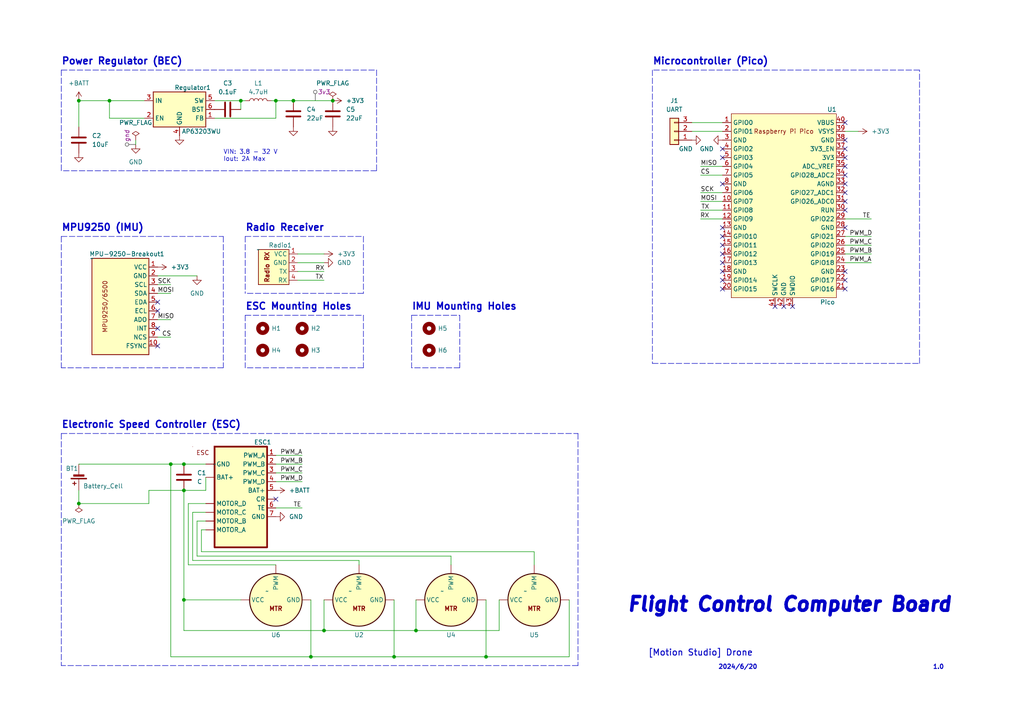
<source format=kicad_sch>
(kicad_sch (version 20230121) (generator eeschema)
  (paper "A4")
  (lib_symbols
    (symbol "Connector_Generic:Conn_01x03" (pin_names (offset 1.016) hide)
      (property "Reference" "J" (at 0 5.08 0))
      (property "Value" "Conn_01x03" (at 0 -5.08 0))
      (symbol "Conn_01x03_1_1"
        (rectangle (start -1.27 -2.413) (end 0 -2.667) (stroke (width 0.1524)))
        (rectangle (start -1.27 0.127) (end 0 -0.127) (stroke (width 0.1524)))
        (rectangle (start -1.27 2.667) (end 0 2.413) (stroke (width 0.1524)))
        (rectangle (start -1.27 3.81) (end 1.27 -3.81) (stroke (width 0.254)) (fill (type background)))
        (pin passive line (at -5.08 2.54 0) (length 3.81) (name "Pin_1") (number "1"))
        (pin passive line (at -5.08 0 0) (length 3.81) (name "Pin_2") (number "2"))
        (pin passive line (at -5.08 -2.54 0) (length 3.81) (name "Pin_3") (number "3"))
      )
    )
    (symbol "Device:Battery_Cell" (pin_numbers hide) (pin_names (offset 0) hide)
      (property "Reference" "BT" (at 2.54 2.54 0))
      (property "Value" "Battery_Cell" (at 2.54 0 0))
      (symbol "Battery_Cell_0_1"
        (rectangle (start -2.286 1.778) (end 2.286 1.524) (fill (type outline)))
        (rectangle (start -1.524 1.016) (end 1.524 0.508) (fill (type outline)))
        (polyline (pts (xy 0 0.762) (xy 0 0)))
        (polyline (pts (xy 0 1.778) (xy 0 2.54)))
        (polyline (pts (xy 0.762 3.048) (xy 1.778 3.048)) (stroke (width 0.254)))
        (polyline (pts (xy 1.27 3.556) (xy 1.27 2.54)) (stroke (width 0.254)))
      )
      (symbol "Battery_Cell_1_1"
        (pin passive line (at 0 5.08 270) (length 2.54) (name "+") (number "1"))
        (pin passive line (at 0 -2.54 90) (length 2.54) (name "-") (number "2"))
      )
    )
    (symbol "Device:C" (pin_numbers hide) (pin_names (offset 0.254))
      (property "Reference" "C" (at 0.635 2.54 0))
      (property "Value" "C" (at 0.635 -2.54 0))
      (symbol "C_0_1"
        (polyline (pts (xy -2.032 -0.762) (xy 2.032 -0.762)) (stroke (width 0.508)))
        (polyline (pts (xy -2.032 0.762) (xy 2.032 0.762)) (stroke (width 0.508)))
      )
      (symbol "C_1_1"
        (pin passive line (at 0 3.81 270) (length 2.794) (name "~") (number "1"))
        (pin passive line (at 0 -3.81 90) (length 2.794) (name "~") (number "2"))
      )
    )
    (symbol "Device:L" (pin_numbers hide) (pin_names (offset 1.016) hide)
      (property "Reference" "L" (at -1.27 0 90))
      (property "Value" "L" (at 1.905 0 90))
      (symbol "L_0_1"
        (arc (start 0 -2.54) (mid 0.6323 -1.905) (end 0 -1.27))
        (arc (start 0 -1.27) (mid 0.6323 -0.635) (end 0 0))
        (arc (start 0 0) (mid 0.6323 0.635) (end 0 1.27))
        (arc (start 0 1.27) (mid 0.6323 1.905) (end 0 2.54))
      )
      (symbol "L_1_1"
        (pin passive line (at 0 3.81 270) (length 1.27) (name "1") (number "1"))
        (pin passive line (at 0 -3.81 90) (length 1.27) (name "2") (number "2"))
      )
    )
    (symbol "ESC_General_1"
      (property "Reference" "ESC1" (at 13.97 1.27 0))
      (property "Value" "~" (at 0 -5.08 0))
      (symbol "ESC_General_1_0_0"
        (text_box "ESC" (at -6.35 0 0) (size 0 0) (effects (font (size 1.27 1.27)) (justify left top)))
      )
      (symbol "ESC_General_1_1_1"
        (rectangle (start 0 0) (end 15.24 -29.21) (stroke (width 0.5) (color 132 0 0 1)) (fill (type background)))
        (pin bidirectional line (at -2.54 -8.89 0) (length 2.54) (name "BAT+") (number ""))
        (pin bidirectional line (at 17.78 -15.24 180) (length 2.54) (name "CR") (number ""))
        (pin bidirectional line (at -2.54 -5.08 0) (length 2.54) (name "GND") (number ""))
        (pin output line (at -2.54 -24.13 0) (length 2.54) (name "MOTOR_A") (number ""))
        (pin output line (at -2.54 -21.59 0) (length 2.54) (name "MOTOR_B") (number ""))
        (pin output line (at -2.54 -19.05 0) (length 2.54) (name "MOTOR_C") (number ""))
        (pin output line (at -2.54 -16.51 0) (length 2.54) (name "MOTOR_D") (number ""))
        (pin input line (at 17.78 -2.54 180) (length 2.54) (name "PWM_A") (number "1"))
        (pin input line (at 17.78 -5.08 180) (length 2.54) (name "PWM_B") (number "2"))
        (pin input line (at 17.78 -7.62 180) (length 2.54) (name "PWM_C") (number "3"))
        (pin input line (at 17.78 -10.16 180) (length 2.54) (name "PWM_D") (number "4"))
        (pin power_out line (at 17.78 -12.7 180) (length 2.54) (name "BAT+") (number "5"))
        (pin bidirectional line (at 17.78 -17.78 180) (length 2.54) (name "TE") (number "6"))
        (pin power_in line (at 17.78 -20.32 180) (length 2.54) (name "GND") (number "7"))
      )
    )
    (symbol "MCU_RaspberryPi_and_Boards:Pico"
      (property "Reference" "U" (at -13.97 27.94 0))
      (property "Value" "Pico" (at 0 19.05 0))
      (symbol "Pico_0_0"
        (text "Raspberry Pi Pico" (at 0 21.59 0) (effects (font (size 1.27 1.27))))
      )
      (symbol "Pico_0_1"
        (rectangle (start -15.24 26.67) (end 15.24 -26.67) (fill (type background)))
      )
      (symbol "Pico_1_1"
        (pin bidirectional line (at -17.78 24.13 0) (length 2.54) (name "GPIO0") (number "1"))
        (pin bidirectional line (at -17.78 1.27 0) (length 2.54) (name "GPIO7") (number "10"))
        (pin bidirectional line (at -17.78 -1.27 0) (length 2.54) (name "GPIO8") (number "11"))
        (pin bidirectional line (at -17.78 -3.81 0) (length 2.54) (name "GPIO9") (number "12"))
        (pin power_in line (at -17.78 -6.35 0) (length 2.54) (name "GND") (number "13"))
        (pin bidirectional line (at -17.78 -8.89 0) (length 2.54) (name "GPIO10") (number "14"))
        (pin bidirectional line (at -17.78 -11.43 0) (length 2.54) (name "GPIO11") (number "15"))
        (pin bidirectional line (at -17.78 -13.97 0) (length 2.54) (name "GPIO12") (number "16"))
        (pin bidirectional line (at -17.78 -16.51 0) (length 2.54) (name "GPIO13") (number "17"))
        (pin power_in line (at -17.78 -19.05 0) (length 2.54) (name "GND") (number "18"))
        (pin bidirectional line (at -17.78 -21.59 0) (length 2.54) (name "GPIO14") (number "19"))
        (pin bidirectional line (at -17.78 21.59 0) (length 2.54) (name "GPIO1") (number "2"))
        (pin bidirectional line (at -17.78 -24.13 0) (length 2.54) (name "GPIO15") (number "20"))
        (pin bidirectional line (at 17.78 -24.13 180) (length 2.54) (name "GPIO16") (number "21"))
        (pin bidirectional line (at 17.78 -21.59 180) (length 2.54) (name "GPIO17") (number "22"))
        (pin power_in line (at 17.78 -19.05 180) (length 2.54) (name "GND") (number "23"))
        (pin bidirectional line (at 17.78 -16.51 180) (length 2.54) (name "GPIO18") (number "24"))
        (pin bidirectional line (at 17.78 -13.97 180) (length 2.54) (name "GPIO19") (number "25"))
        (pin bidirectional line (at 17.78 -11.43 180) (length 2.54) (name "GPIO20") (number "26"))
        (pin bidirectional line (at 17.78 -8.89 180) (length 2.54) (name "GPIO21") (number "27"))
        (pin power_in line (at 17.78 -6.35 180) (length 2.54) (name "GND") (number "28"))
        (pin bidirectional line (at 17.78 -3.81 180) (length 2.54) (name "GPIO22") (number "29"))
        (pin power_in line (at -17.78 19.05 0) (length 2.54) (name "GND") (number "3"))
        (pin input line (at 17.78 -1.27 180) (length 2.54) (name "RUN") (number "30"))
        (pin bidirectional line (at 17.78 1.27 180) (length 2.54) (name "GPIO26_ADC0") (number "31"))
        (pin bidirectional line (at 17.78 3.81 180) (length 2.54) (name "GPIO27_ADC1") (number "32"))
        (pin power_in line (at 17.78 6.35 180) (length 2.54) (name "AGND") (number "33"))
        (pin bidirectional line (at 17.78 8.89 180) (length 2.54) (name "GPIO28_ADC2") (number "34"))
        (pin power_in line (at 17.78 11.43 180) (length 2.54) (name "ADC_VREF") (number "35"))
        (pin power_in line (at 17.78 13.97 180) (length 2.54) (name "3V3") (number "36"))
        (pin input line (at 17.78 16.51 180) (length 2.54) (name "3V3_EN") (number "37"))
        (pin bidirectional line (at 17.78 19.05 180) (length 2.54) (name "GND") (number "38"))
        (pin power_in line (at 17.78 21.59 180) (length 2.54) (name "VSYS") (number "39"))
        (pin bidirectional line (at -17.78 16.51 0) (length 2.54) (name "GPIO2") (number "4"))
        (pin power_in line (at 17.78 24.13 180) (length 2.54) (name "VBUS") (number "40"))
        (pin input line (at -2.54 -29.21 90) (length 2.54) (name "SWCLK") (number "41"))
        (pin power_in line (at 0 -29.21 90) (length 2.54) (name "GND") (number "42"))
        (pin bidirectional line (at 2.54 -29.21 90) (length 2.54) (name "SWDIO") (number "43"))
        (pin bidirectional line (at -17.78 13.97 0) (length 2.54) (name "GPIO3") (number "5"))
        (pin bidirectional line (at -17.78 11.43 0) (length 2.54) (name "GPIO4") (number "6"))
        (pin bidirectional line (at -17.78 8.89 0) (length 2.54) (name "GPIO5") (number "7"))
        (pin power_in line (at -17.78 6.35 0) (length 2.54) (name "GND") (number "8"))
        (pin bidirectional line (at -17.78 3.81 0) (length 2.54) (name "GPIO6") (number "9"))
      )
    )
    (symbol "Mechanical:MountingHole" (pin_names (offset 1.016))
      (property "Reference" "H" (at 0 5.08 0))
      (property "Value" "MountingHole" (at 0 3.175 0))
      (symbol "MountingHole_0_1"
        (circle (center 0 0) (radius 1.27) (stroke (width 1.27)))
      )
    )
    (symbol "Motor_General_1"
      (property "Reference" "U5" (at 2.54 -12.7 0))
      (property "Value" "~" (at 0 0 0))
      (symbol "Motor_General_1_1_1"
        (circle (center 2.54 -2.54) (radius 7.62) (stroke (width 0.3) (color 72 0 0 1)) (fill (type background)))
        (text "MTR" (at 2.54 -5.08 0) (effects (font (size 1.27 1.27) bold)))
        (pin bidirectional line (at 12.7 -2.54 180) (length 2.54) (name "GND") (number ""))
        (pin input line (at 2.54 7.62 270) (length 2.54) (name "PWM") (number ""))
        (pin bidirectional line (at -7.62 -2.54 0) (length 2.54) (name "VCC") (number ""))
      )
    )
    (symbol "Parts:HappyModelRadio_Recevier"
      (property "Reference" "U" (at 0 1.27 0))
      (symbol "HappyModelRadio_Recevier_1_1"
        (rectangle (start 0 0) (end 8.89 -10.16) (stroke (width 0.2)) (fill (type background)))
        (text "Radio RX" (at 2.54 -5.08 900) (effects (font (size 1.27 1.27) bold)))
        (pin power_in line (at 11.43 -1.27 180) (length 2.54) (name "VCC") (number "1"))
        (pin power_in line (at 11.43 -3.81 180) (length 2.54) (name "GND") (number "2"))
        (pin bidirectional line (at 11.43 -6.35 180) (length 2.54) (name "TX") (number "3"))
        (pin bidirectional line (at 11.43 -8.89 180) (length 2.54) (name "RX") (number "4"))
      )
    )
    (symbol "Parts:Motor_General"
      (property "Reference" "U" (at -10.16 5.08 0))
      (symbol "Motor_General_1_1"
        (circle (center 2.54 -2.54) (radius 7.62) (stroke (width 0.3) (color 72 0 0 1)) (fill (type background)))
        (text "MTR" (at 2.54 -5.08 0) (effects (font (size 1.27 1.27) bold)))
        (pin bidirectional line (at 12.7 -2.54 180) (length 2.54) (name "GND") (number ""))
        (pin input line (at 2.54 7.62 270) (length 2.54) (name "PWM") (number ""))
        (pin power_in line (at -7.62 -2.54 0) (length 2.54) (name "VCC") (number ""))
      )
    )
    (symbol "Regulator_Switching:AP63203WU"
      (property "Reference" "U" (at -7.62 6.35 0))
      (property "Value" "AP63203WU" (at 2.54 6.35 0))
      (symbol "AP63203WU_0_1"
        (rectangle (start -7.62 5.08) (end 7.62 -5.08) (stroke (width 0.254)) (fill (type background)))
      )
      (symbol "AP63203WU_1_1"
        (pin input line (at 10.16 -2.54 180) (length 2.54) (name "FB") (number "1"))
        (pin input line (at -10.16 -2.54 0) (length 2.54) (name "EN") (number "2"))
        (pin power_in line (at -10.16 2.54 0) (length 2.54) (name "IN") (number "3"))
        (pin power_in line (at 0 -7.62 90) (length 2.54) (name "GND") (number "4"))
        (pin output line (at 10.16 2.54 180) (length 2.54) (name "SW") (number "5"))
        (pin passive line (at 10.16 0 180) (length 2.54) (name "BST") (number "6"))
      )
    )
    (symbol "Sensor_Motion:MP9250-Breakout"
      (property "Reference" "MPU-9250-Breakout" (at 10.16 2.54 0))
      (property "Footprint" "Connector_PinHeader_2.54mm:MPU9250-Breakout" (at 25.4 6.35 0))
      (symbol "MP9250-Breakout_1_1"
        (rectangle (start 0 0) (end 16.51 -27.94) (stroke (width 0.254)) (fill (type background)))
        (text "MPU9250/6500" (at 3.81 -13.97 900) (effects (font (size 1.27 1.27))))
        (pin power_in line (at 19.05 -2.54 180) (length 2.54) (name "VCC") (number "1"))
        (pin bidirectional line (at 19.05 -25.4 180) (length 2.54) (name "FSYNC") (number "10"))
        (pin power_in line (at 19.05 -5.08 180) (length 2.54) (name "GND") (number "2"))
        (pin bidirectional line (at 19.05 -7.62 180) (length 2.54) (name "SCL") (number "3"))
        (pin bidirectional line (at 19.05 -10.16 180) (length 2.54) (name "SDA") (number "4"))
        (pin bidirectional line (at 19.05 -12.7 180) (length 2.54) (name "EDA") (number "5"))
        (pin bidirectional line (at 19.05 -15.24 180) (length 2.54) (name "ECL") (number "6"))
        (pin bidirectional line (at 19.05 -17.78 180) (length 2.54) (name "ADO") (number "7"))
        (pin bidirectional line (at 19.05 -20.32 180) (length 2.54) (name "INT") (number "8"))
        (pin bidirectional line (at 19.05 -22.86 180) (length 2.54) (name "NCS") (number "9"))
      )
    )
    (symbol "power:+3V3" (power) (pin_names (offset 0))
      (property "Value" "+3V3" (at 0 3.556 0))
      (symbol "+3V3_0_1"
        (polyline (pts (xy -0.762 1.27) (xy 0 2.54)))
        (polyline (pts (xy 0 0) (xy 0 2.54)))
        (polyline (pts (xy 0 2.54) (xy 0.762 1.27)))
      )
      (symbol "+3V3_1_1"
        (pin power_in line (at 0 0 90) (length 0) hide (name "+3V3") (number "1"))
      )
    )
    (symbol "power:+BATT" (power) (pin_names (offset 0))
      (property "Value" "+BATT" (at 0 3.556 0))
      (symbol "+BATT_0_1"
        (polyline (pts (xy -0.762 1.27) (xy 0 2.54)))
        (polyline (pts (xy 0 0) (xy 0 2.54)))
        (polyline (pts (xy 0 2.54) (xy 0.762 1.27)))
      )
      (symbol "+BATT_1_1"
        (pin power_in line (at 0 0 90) (length 0) hide (name "+BATT") (number "1"))
      )
    )
    (symbol "power:GND" (power) (pin_names (offset 0))
      (property "Value" "GND" (at 0 -3.81 0))
      (symbol "GND_0_1"
        (polyline (pts (xy 0 0) (xy 0 -1.27) (xy 1.27 -1.27) (xy 0 -2.54) (xy -1.27 -1.27) (xy 0 -1.27)))
      )
      (symbol "GND_1_1"
        (pin power_in line (at 0 0 270) (length 0) hide (name "GND") (number "1"))
      )
    )
    (symbol "power:PWR_FLAG" (power) (pin_numbers hide) (pin_names (offset 0) hide)
      (property "Value" "PWR_FLAG" (at 0 3.81 0))
      (symbol "PWR_FLAG_0_0"
        (pin power_out line (at 0 0 90) (length 0) (name "pwr") (number "1"))
      )
      (symbol "PWR_FLAG_0_1"
        (polyline (pts (xy 0 0) (xy 0 1.27) (xy -1.016 1.905) (xy 0 2.54) (xy 1.016 1.905) (xy 0 1.27)))
      )
    )
  )
  (junction (at 93.98 182.88))
  (junction (at 120.65 182.88))
  (junction (at 53.34 134.62))
  (junction (at 49.53 134.62))
  (junction (at 140.97 190.5))
  (junction (at 22.86 29.21))
  (junction (at 31.75 29.21))
  (junction (at 69.85 29.21))
  (junction (at 85.09 29.21))
  (junction (at 22.86 146.05))
  (junction (at 53.34 142.24))
  (junction (at 53.34 173.99))
  (junction (at 96.52 29.21))
  (junction (at 80.01 29.21))
  (junction (at 114.3 190.5))
  (junction (at 90.17 190.5))
  (no_connect (at 224.79 88.9))
  (no_connect (at 80.01 144.78))
  (no_connect (at 245.11 81.28))
  (no_connect (at 229.87 88.9))
  (no_connect (at 209.55 73.66))
  (no_connect (at 245.11 66.04))
  (no_connect (at 245.11 83.82))
  (no_connect (at 45.72 100.33))
  (no_connect (at 45.72 90.17))
  (no_connect (at 245.11 35.56))
  (no_connect (at 45.72 87.63))
  (no_connect (at 209.55 83.82))
  (no_connect (at 245.11 48.26))
  (no_connect (at 245.11 55.88))
  (no_connect (at 209.55 76.2))
  (no_connect (at 245.11 58.42))
  (no_connect (at 45.72 95.25))
  (no_connect (at 227.33 88.9))
  (no_connect (at 209.55 71.12))
  (no_connect (at 245.11 78.74))
  (no_connect (at 209.55 66.04))
  (no_connect (at 245.11 53.34))
  (no_connect (at 245.11 45.72))
  (no_connect (at 209.55 68.58))
  (no_connect (at 209.55 45.72))
  (no_connect (at 245.11 50.8))
  (no_connect (at 209.55 43.18))
  (no_connect (at 245.11 43.18))
  (no_connect (at 245.11 40.64))
  (no_connect (at 209.55 53.34))
  (no_connect (at 209.55 81.28))
  (no_connect (at 245.11 60.96))
  (no_connect (at 209.55 78.74))
  (polyline (pts (xy 17.78 20.32) (xy 109.22 20.32)) (stroke (width 0) (type dash)))
  (wire (pts (xy 54.61 163.83) (xy 80.01 163.83)))
  (wire (pts (xy 203.2 58.42) (xy 209.55 58.42)))
  (wire (pts (xy 85.09 29.21) (xy 96.52 29.21)))
  (wire (pts (xy 31.75 29.21) (xy 41.91 29.21)))
  (polyline (pts (xy 109.22 49.53) (xy 17.78 49.53)) (stroke (width 0) (type dash)))
  (wire (pts (xy 200.66 38.1) (xy 209.55 38.1)))
  (wire (pts (xy 90.17 190.5) (xy 49.53 190.5)))
  (polyline (pts (xy 17.78 125.73) (xy 17.78 193.04)) (stroke (width 0) (type dash)))
  (polyline (pts (xy 119.38 91.44) (xy 119.38 106.68)) (stroke (width 0) (type dash)))
  (wire (pts (xy 80.01 29.21) (xy 80.01 34.29)))
  (wire (pts (xy 154.94 160.02) (xy 154.94 163.83)))
  (wire (pts (xy 53.34 134.62) (xy 59.69 134.62)))
  (wire (pts (xy 203.2 48.26) (xy 209.55 48.26)))
  (wire (pts (xy 80.01 29.21) (xy 85.09 29.21)))
  (wire (pts (xy 57.15 151.13) (xy 57.15 161.29)))
  (polyline (pts (xy 71.12 68.58) (xy 105.41 68.58)) (stroke (width 0) (type dash)))
  (wire (pts (xy 245.11 71.12) (xy 252.73 71.12)))
  (wire (pts (xy 53.34 182.88) (xy 93.98 182.88)))
  (wire (pts (xy 130.81 161.29) (xy 130.81 163.83)))
  (polyline (pts (xy 167.64 193.04) (xy 17.78 193.04)) (stroke (width 0) (type dash)))
  (polyline (pts (xy 105.41 68.58) (xy 105.41 85.09)) (stroke (width 0) (type dash)))
  (wire (pts (xy 93.98 182.88) (xy 120.65 182.88)))
  (wire (pts (xy 59.69 146.05) (xy 54.61 146.05)))
  (wire (pts (xy 209.55 60.96) (xy 203.2 60.96)))
  (wire (pts (xy 54.61 146.05) (xy 54.61 163.83)))
  (polyline (pts (xy 17.78 20.32) (xy 17.78 49.53)) (stroke (width 0) (type dash)))
  (wire (pts (xy 58.42 160.02) (xy 154.94 160.02)))
  (wire (pts (xy 59.69 153.67) (xy 58.42 153.67)))
  (wire (pts (xy 53.34 182.88) (xy 53.34 173.99)))
  (wire (pts (xy 78.74 29.21) (xy 80.01 29.21)))
  (wire (pts (xy 80.01 139.7) (xy 87.63 139.7)))
  (wire (pts (xy 80.01 134.62) (xy 87.63 134.62)))
  (wire (pts (xy 55.88 162.56) (xy 104.14 162.56)))
  (wire (pts (xy 59.69 151.13) (xy 57.15 151.13)))
  (polyline (pts (xy 17.78 68.58) (xy 17.78 106.68)) (stroke (width 0) (type dash)))
  (wire (pts (xy 45.72 97.79) (xy 49.53 97.79)))
  (wire (pts (xy 252.73 63.5) (xy 245.11 63.5)))
  (wire (pts (xy 245.11 76.2) (xy 252.73 76.2)))
  (wire (pts (xy 58.42 153.67) (xy 58.42 160.02)))
  (wire (pts (xy 80.01 137.16) (xy 87.63 137.16)))
  (polyline (pts (xy 71.12 91.44) (xy 105.41 91.44)) (stroke (width 0) (type dash)))
  (wire (pts (xy 59.69 148.59) (xy 55.88 148.59)))
  (polyline (pts (xy 105.41 91.44) (xy 105.41 106.68)) (stroke (width 0) (type dash)))
  (wire (pts (xy 144.78 173.99) (xy 144.78 182.88)))
  (polyline (pts (xy 266.7 105.41) (xy 266.7 20.32)) (stroke (width 0) (type dash)))
  (wire (pts (xy 62.23 34.29) (xy 80.01 34.29)))
  (wire (pts (xy 45.72 92.71) (xy 49.53 92.71)))
  (wire (pts (xy 55.88 148.59) (xy 55.88 162.56)))
  (polyline (pts (xy 71.12 91.44) (xy 71.12 106.68)) (stroke (width 0) (type dash)))
  (wire (pts (xy 45.72 85.09) (xy 49.53 85.09)))
  (polyline (pts (xy 266.7 20.32) (xy 189.23 20.32)) (stroke (width 0) (type dash)))
  (wire (pts (xy 120.65 182.88) (xy 144.78 182.88)))
  (polyline (pts (xy 189.23 105.41) (xy 266.7 105.41)) (stroke (width 0) (type dash)))
  (wire (pts (xy 69.85 29.21) (xy 71.12 29.21)))
  (polyline (pts (xy 109.22 20.32) (xy 109.22 49.53)) (stroke (width 0) (type dash)))
  (wire (pts (xy 114.3 190.5) (xy 114.3 173.99)))
  (wire (pts (xy 245.11 68.58) (xy 252.73 68.58)))
  (wire (pts (xy 43.18 142.24) (xy 53.34 142.24)))
  (polyline (pts (xy 64.77 106.68) (xy 17.78 106.68)) (stroke (width 0) (type dash)))
  (wire (pts (xy 22.86 29.21) (xy 22.86 36.83)))
  (wire (pts (xy 22.86 134.62) (xy 49.53 134.62)))
  (wire (pts (xy 90.17 190.5) (xy 90.17 173.99)))
  (wire (pts (xy 86.36 78.74) (xy 93.98 78.74)))
  (wire (pts (xy 49.53 134.62) (xy 49.53 190.5)))
  (polyline (pts (xy 133.35 106.68) (xy 119.38 106.68)) (stroke (width 0) (type dash)))
  (wire (pts (xy 45.72 82.55) (xy 49.53 82.55)))
  (wire (pts (xy 69.85 173.99) (xy 53.34 173.99)))
  (wire (pts (xy 22.86 146.05) (xy 22.86 142.24)))
  (wire (pts (xy 86.36 76.2) (xy 93.98 76.2)))
  (wire (pts (xy 245.11 73.66) (xy 252.73 73.66)))
  (wire (pts (xy 209.55 63.5) (xy 203.2 63.5)))
  (wire (pts (xy 31.75 29.21) (xy 31.75 34.29)))
  (polyline (pts (xy 17.78 68.58) (xy 64.77 68.58)) (stroke (width 0) (type dash)))
  (wire (pts (xy 90.17 190.5) (xy 114.3 190.5)))
  (wire (pts (xy 62.23 29.21) (xy 69.85 29.21)))
  (polyline (pts (xy 17.78 125.73) (xy 167.64 125.73)) (stroke (width 0) (type dash)))
  (wire (pts (xy 200.66 35.56) (xy 209.55 35.56)))
  (wire (pts (xy 120.65 182.88) (xy 120.65 173.99)))
  (wire (pts (xy 43.18 142.24) (xy 43.18 146.05)))
  (polyline (pts (xy 133.35 91.44) (xy 133.35 106.68)) (stroke (width 0) (type dash)))
  (wire (pts (xy 87.63 147.32) (xy 80.01 147.32)))
  (wire (pts (xy 80.01 132.08) (xy 87.63 132.08)))
  (wire (pts (xy 59.69 138.43) (xy 59.69 142.24)))
  (wire (pts (xy 59.69 142.24) (xy 53.34 142.24)))
  (polyline (pts (xy 167.64 125.73) (xy 167.64 193.04)) (stroke (width 0) (type dash)))
  (wire (pts (xy 41.91 34.29) (xy 31.75 34.29)))
  (wire (pts (xy 69.85 29.21) (xy 69.85 31.75)))
  (polyline (pts (xy 119.38 91.44) (xy 133.35 91.44)) (stroke (width 0) (type dash)))
  (polyline (pts (xy 105.41 85.09) (xy 71.12 85.09)) (stroke (width 0) (type dash)))
  (polyline (pts (xy 105.41 106.68) (xy 71.12 106.68)) (stroke (width 0) (type dash)))
  (wire (pts (xy 39.37 40.64) (xy 39.37 41.91)))
  (wire (pts (xy 114.3 190.5) (xy 140.97 190.5)))
  (wire (pts (xy 203.2 55.88) (xy 209.55 55.88)))
  (wire (pts (xy 104.14 162.56) (xy 104.14 163.83)))
  (wire (pts (xy 93.98 182.88) (xy 93.98 173.99)))
  (wire (pts (xy 57.15 161.29) (xy 130.81 161.29)))
  (wire (pts (xy 248.92 38.1) (xy 245.11 38.1)))
  (wire (pts (xy 57.15 80.01) (xy 45.72 80.01)))
  (wire (pts (xy 53.34 142.24) (xy 53.34 173.99)))
  (polyline (pts (xy 189.23 20.32) (xy 189.23 105.41)) (stroke (width 0) (type dash)))
  (wire (pts (xy 165.1 173.99) (xy 165.1 190.5)))
  (polyline (pts (xy 71.12 68.58) (xy 71.12 85.09)) (stroke (width 0) (type dash)))
  (wire (pts (xy 22.86 146.05) (xy 43.18 146.05)))
  (wire (pts (xy 49.53 134.62) (xy 53.34 134.62)))
  (wire (pts (xy 86.36 73.66) (xy 93.98 73.66)))
  (wire (pts (xy 140.97 190.5) (xy 165.1 190.5)))
  (wire (pts (xy 22.86 29.21) (xy 31.75 29.21)))
  (wire (pts (xy 203.2 50.8) (xy 209.55 50.8)))
  (wire (pts (xy 86.36 81.28) (xy 93.98 81.28)))
  (polyline (pts (xy 64.77 68.58) (xy 64.77 106.68)) (stroke (width 0) (type dash)))
  (wire (pts (xy 140.97 190.5) (xy 140.97 173.99)))
  (text "Flight Control Computer Board" (at 181.61 177.8 0) (effects (font (size 4 4) (thickness 1) bold italic) (justify left bottom)))
  (text "2024/6/20" (at 208.28 194.31 0) (effects (font (size 1.27 1.27) bold) (justify left bottom)))
  (text "ESC Mounting Holes" (at 71.12 90.17 0) (effects (font (size 2 2) (thickness 0.4) bold) (justify left bottom)))
  (text "MPU9250 (IMU)" (at 17.78 67.31 0) (effects (font (size 2 2) (thickness 0.4) bold) (justify left bottom)))
  (text "IMU Mounting Holes" (at 119.38 90.17 0) (effects (font (size 2 2) (thickness 0.4) bold) (justify left bottom)))
  (text "Power Regulator (BEC)" (at 17.78 19.05 0) (effects (font (size 2 2) (thickness 0.4) bold) (justify left bottom)))
  (text "[Motion Studio] Drone " (at 187.96 190.5 0) (effects (font (size 1.8 1.8) (thickness 0.254) bold) (justify left bottom)))
  (text "1.0" (at 270.51 194.31 0) (effects (font (size 1.27 1.27) bold) (justify left bottom)))
  (text "Electronic Speed Controller (ESC)" (at 17.78 124.46 0) (effects (font (size 2 2) (thickness 0.4) bold) (justify left bottom)))
  (text "Radio Receiver" (at 71.12 67.31 0) (effects (font (size 2 2) (thickness 0.4) bold) (justify left bottom)))
  (text "VIN: 3.8 - 32 V\nIout: 2A Max" (at 64.77 46.99 0) (effects (font (size 1.27 1.27)) (justify left bottom)))
  (text "Microcontroller (Pico)" (at 189.23 19.05 0) (effects (font (size 2 2) (thickness 0.4) bold) (justify left bottom)))
  (label "SCK" (at 45.72 82.55 0))
  (label "MISO" (at 45.72 92.71 0))
  (label "TX" (at 205.74 60.96 180))
  (label "RX" (at 205.74 63.5 180))
  (label "PWM_A" (at 246.38 76.2 0))
  (label "PWM_C" (at 246.38 71.12 0))
  (label "TE" (at 250.19 63.5 0))
  (label "MOSI" (at 45.72 85.09 0))
  (label "PWM_B" (at 81.28 134.62 0))
  (label "TE" (at 85.09 147.32 0))
  (label "PWM_B" (at 246.38 73.66 0))
  (label "MISO" (at 203.2 48.26 0))
  (label "CS" (at 203.2 50.8 0))
  (label "MOSI" (at 203.2 58.42 0))
  (label "CS" (at 46.99 97.79 0))
  (label "SCK" (at 203.2 55.88 0))
  (label "RX" (at 91.44 78.74 0))
  (label "PWM_C" (at 81.28 137.16 0))
  (label "PWM_D" (at 246.38 68.58 0))
  (label "TX" (at 91.44 81.28 0))
  (label "PWM_D" (at 81.28 139.7 0))
  (label "PWM_A" (at 81.28 132.08 0))
  (netclass_flag "" (length 2.54) (shape round) (at 39.37 41.91 90) (property "Netclass" "gnd" (at 36.83 41.2115 90) (effects (font italic) (justify left))))
  (netclass_flag "" (length 2.54) (shape round) (at 91.44 29.21 0) (property "Netclass" "3v3" (at 92.1385 26.67 0) (effects (font italic) (justify left))))
  (symbol (lib_id "Device:C") (at 53.34 138.43 0) (unit 1)
    (property "Reference" "C1" (at 57.15 137.16 0) (effects (justify left)))
    (property "Value" "C" (at 57.15 139.7 0) (effects (justify left)))
  )
  (symbol (lib_id "Mechanical:MountingHole") (at 87.63 95.25 0) (unit 1)
    (property "Reference" "H2" (at 90.17 95.25 0) (effects (justify left)))
    (property "Value" "MountingHole" (effects hide))
    (property "Footprint" "MountingHole:MountingHole_4mm" (effects hide))
  )
  (symbol (lib_id "Parts:HappyModelRadio_Recevier") (at 74.93 72.39 0) (unit 1)
    (property "Reference" "Radio1" (at 81.28 71.12 0))
    (property "Value" "~" (at 74.93 72.39 0))
    (property "Footprint" "footprint:Radio" (effects hide))
  )
  (symbol (lib_id "Device:C") (at 22.86 40.64 0) (unit 1)
    (property "Reference" "C2" (at 26.67 39.37 0) (effects (justify left)))
    (property "Value" "10uF" (at 26.67 41.91 0) (effects (justify left)))
    (property "Footprint" "Capacitor_SMD:C_0805_2012Metric" (effects hide))
  )
  (symbol (lib_id "Parts:Motor_General") (at 128.27 171.45 0) (unit 1)
    (property "Reference" "U4" (at 130.81 184.15 0))
    (property "Value" "~" (at 128.27 171.45 0))
  )
  (symbol (lib_id "Mechanical:MountingHole") (at 124.46 101.6 0) (unit 1)
    (property "Reference" "H6" (at 127 101.6 0) (effects (justify left)))
    (property "Value" "MountingHole" (effects hide))
    (property "Footprint" "MountingHole:MountingHole_3.2mm_M3_Pad_Via" (effects hide))
  )
  (symbol (lib_id "power:GND") (at 22.86 44.45 0) (unit 1)
    (property "Reference" "#PWR02" (effects hide))
    (property "Value" "GND" (effects hide))
  )
  (symbol (lib_id "power:+3V3") (at 93.98 73.66 270) (unit 1)
    (property "Reference" "#PWR012" (effects hide))
    (property "Value" "+3V3" (at 97.79 73.66 90) (effects (justify left)))
  )
  (symbol (lib_id "power:+3V3") (at 45.72 77.47 270) (unit 1)
    (property "Reference" "#PWR010" (effects hide))
    (property "Value" "+3V3" (at 49.53 77.47 90) (effects (justify left)))
  )
  (symbol (lib_id "Device:Battery_Cell") (at 22.86 137.16 180) (unit 1)
    (property "Reference" "BT1" (at 19.05 135.89 0) (effects (justify right)))
    (property "Value" "Battery_Cell" (at 24.13 140.97 0) (effects (justify right)))
  )
  (symbol (lib_id "power:PWR_FLAG") (at 22.86 146.05 180) (unit 1)
    (property "Reference" "#FLG02" (effects hide))
    (property "Value" "PWR_FLAG" (at 22.86 151.13 0))
  )
  (symbol (lib_id "Mechanical:MountingHole") (at 124.46 95.25 0) (unit 1)
    (property "Reference" "H5" (at 127 95.25 0) (effects (justify left)))
    (property "Value" "MountingHole" (effects hide))
    (property "Footprint" "MountingHole:MountingHole_3.2mm_M3_Pad_Via" (effects hide))
  )
  (symbol (lib_id "Device:C") (at 66.04 31.75 90) (unit 1)
    (property "Reference" "C3" (at 66.04 24.13 90))
    (property "Value" "0.1uF" (at 66.04 26.67 90))
    (property "Footprint" "Capacitor_SMD:C_0805_2012Metric" (effects hide))
  )
  (symbol (lib_id "power:+BATT") (at 22.86 29.21 0) (unit 1)
    (property "Reference" "#PWR07" (effects hide))
    (property "Value" "+BATT" (at 22.86 24.13 0))
  )
  (symbol (lib_id "Parts:Motor_General") (at 101.6 171.45 0) (unit 1)
    (property "Reference" "U2" (at 104.14 184.15 0))
    (property "Value" "~" (at 101.6 171.45 0))
  )
  (symbol (lib_id "Mechanical:MountingHole") (at 87.63 101.6 0) (unit 1)
    (property "Reference" "H3" (at 90.17 101.6 0) (effects (justify left)))
    (property "Value" "MountingHole" (effects hide))
    (property "Footprint" "MountingHole:MountingHole_4mm" (effects hide))
  )
  (symbol (lib_id "Parts:Motor_General") (at 77.47 171.45 0) (unit 1)
    (property "Reference" "U6" (at 80.01 184.15 0))
    (property "Value" "~" (at 77.47 171.45 0))
  )
  (symbol (lib_id "power:GND") (at 93.98 76.2 90) (unit 1)
    (property "Reference" "#PWR013" (effects hide))
    (property "Value" "GND" (at 97.79 76.2 90) (effects (justify right)))
  )
  (symbol (lib_id "Mechanical:MountingHole") (at 76.2 95.25 0) (unit 1)
    (property "Reference" "H1" (at 78.74 95.25 0) (effects (justify left)))
    (property "Value" "MountingHole" (effects hide))
    (property "Footprint" "MountingHole:MountingHole_4mm" (effects hide))
  )
  (symbol (lib_id "Device:C") (at 96.52 33.02 0) (unit 1)
    (property "Reference" "C5" (at 100.33 31.75 0) (effects (justify left)))
    (property "Value" "22uF" (at 100.33 34.29 0) (effects (justify left)))
    (property "Footprint" "Capacitor_SMD:C_0805_2012Metric" (effects hide))
  )
  (symbol (lib_id "power:+3V3") (at 248.92 38.1 270) (unit 1)
    (property "Reference" "#PWR01" (effects hide))
    (property "Value" "+3V3" (at 252.73 38.1 90) (effects (justify left)))
  )
  (symbol (lib_id "power:GND") (at 52.07 39.37 0) (unit 1)
    (property "Reference" "#PWR03" (effects hide))
    (property "Value" "GND" (effects hide))
  )
  (symbol (lib_id "power:GND") (at 39.37 41.91 0) (unit 1)
    (property "Reference" "#PWR014" (effects hide))
    (property "Value" "GND" (at 39.37 46.99 0))
  )
  (symbol (lib_id "power:GND") (at 209.55 40.64 270) (unit 1)
    (property "Reference" "#PWR09" (effects hide))
    (property "Value" "GND" (at 207.01 43.18 90) (effects (justify right)))
  )
  (symbol (lib_name "ESC_General_1") (lib_id "Parts:ESC_General") (at 62.23 129.54 0) (unit 1)
    (property "Reference" "ESC1" (at 76.2 128.27 0))
    (property "Value" "~" (at 62.23 134.62 0))
    (property "Footprint" "footprint:ESC" (effects hide))
  )
  (symbol (lib_id "power:+BATT") (at 80.01 142.24 270) (unit 1)
    (property "Reference" "#PWR08" (effects hide))
    (property "Value" "+BATT" (at 83.82 142.24 90) (effects (justify left)))
  )
  (symbol (lib_id "power:PWR_FLAG") (at 39.37 40.64 0) (unit 1)
    (property "Reference" "#FLG01" (effects hide))
    (property "Value" "PWR_FLAG" (at 39.37 35.56 0))
  )
  (symbol (lib_id "power:PWR_FLAG") (at 96.52 29.21 0) (unit 1)
    (property "Reference" "#FLG03" (effects hide))
    (property "Value" "PWR_FLAG" (at 96.52 24.13 0))
  )
  (symbol (lib_id "power:GND") (at 57.15 80.01 0) (unit 1)
    (property "Reference" "#PWR011" (effects hide))
    (property "Value" "GND" (at 57.15 85.09 0))
  )
  (symbol (lib_id "Connector_Generic:Conn_01x03") (at 195.58 38.1 180) (unit 1)
    (property "Reference" "J1" (at 195.58 29.21 0))
    (property "Value" "UART" (at 195.58 31.75 0))
    (property "Footprint" "Connector_PinHeader_2.54mm:PinHeader_1x03_P2.54mm_Vertical" (effects hide))
  )
  (symbol (lib_id "Device:L") (at 74.93 29.21 90) (unit 1)
    (property "Reference" "L1" (at 74.93 24.13 90))
    (property "Value" "4.7uH" (at 74.93 26.67 90))
    (property "Footprint" "Inductor_SMD:L_Abracon_ASPI-4030S" (effects hide))
  )
  (symbol (lib_id "power:GND") (at 200.66 40.64 90) (unit 1)
    (property "Reference" "#PWR017" (effects hide))
    (property "Value" "GND" (at 196.85 43.18 90) (effects (justify right)))
  )
  (symbol (lib_id "power:GND") (at 96.52 36.83 0) (unit 1)
    (property "Reference" "#PWR05" (effects hide))
    (property "Value" "GND" (effects hide))
  )
  (symbol (lib_id "Mechanical:MountingHole") (at 76.2 101.6 0) (unit 1)
    (property "Reference" "H4" (at 78.74 101.6 0) (effects (justify left)))
    (property "Value" "MountingHole" (effects hide))
    (property "Footprint" "MountingHole:MountingHole_4mm" (effects hide))
  )
  (symbol (lib_id "power:+3V3") (at 96.52 29.21 270) (unit 1)
    (property "Reference" "#PWR06" (effects hide))
    (property "Value" "+3V3" (at 100.33 29.21 90) (effects (justify left)))
  )
  (symbol (lib_id "Sensor_Motion:MP9250-Breakout") (at 26.67 74.93 0) (unit 1)
    (property "Reference" "MPU-9250-Breakout1" (at 36.83 73.66 0))
    (property "Value" "~" (at 26.67 74.93 0))
    (property "Footprint" "Connector_PinHeader_2.54mm:MPU9250-Breakout" (effects hide))
  )
  (symbol (lib_id "Regulator_Switching:AP63203WU") (at 52.07 31.75 0) (unit 1)
    (property "Reference" "Regulator1" (at 55.88 25.4 0))
    (property "Value" "AP63203WU" (at 58.42 38.1 0))
    (property "Footprint" "Package_TO_SOT_SMD:TSOT-23-6" (effects hide))
    (property "Datasheet" "https://www.diodes.com/assets/Datasheets/AP63200-AP63201-AP63203-AP63205.pdf" (effects hide))
  )
  (symbol (lib_id "MCU_RaspberryPi_and_Boards:Pico") (at 227.33 59.69 0) (unit 1)
    (property "Reference" "U1" (at 241.3 31.75 0))
    (property "Value" "Pico" (at 240.03 87.63 0))
    (property "Footprint" "MCU_RaspberryPi_and_Boards:RPi_Pico_SMD_TH" (effects hide))
  )
  (symbol (lib_id "Device:C") (at 85.09 33.02 0) (unit 1)
    (property "Reference" "C4" (at 88.9 31.75 0) (effects (justify left)))
    (property "Value" "22uF" (at 88.9 34.29 0) (effects (justify left)))
    (property "Footprint" "Capacitor_SMD:C_0805_2012Metric" (effects hide))
  )
  (symbol (lib_id "power:GND") (at 80.01 149.86 90) (unit 1)
    (property "Reference" "#PWR015" (effects hide))
    (property "Value" "GND" (at 83.82 149.86 90) (effects (justify right)))
  )
  (symbol (lib_name "Motor_General_1") (lib_id "Parts:Motor_General") (at 152.4 171.45 0) (unit 1)
    (property "Reference" "U5" (at 154.94 184.15 0))
    (property "Value" "~" (at 152.4 171.45 0))
  )
  (symbol (lib_id "power:GND") (at 85.09 36.83 0) (unit 1)
    (property "Reference" "#PWR04" (effects hide))
    (property "Value" "GND" (effects hide))
  )
)
</source>
